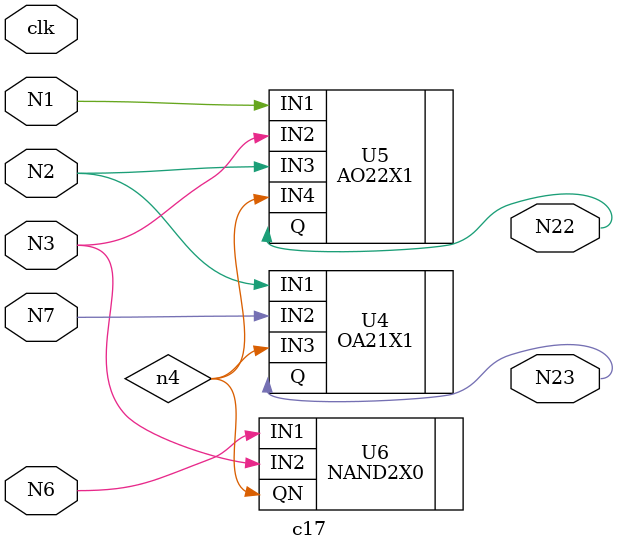
<source format=v>

module c17 ( clk, N1, N2, N3, N6, N7, N23, N22 );
  input clk, N1, N2, N3, N6, N7;
  output N23, N22;
  wire   n4;

  OA21X1 U4 ( .IN1(N2), .IN2(N7), .IN3(n4), .Q(N23) );
  AO22X1 U5 ( .IN1(N1), .IN2(N3), .IN3(N2), .IN4(n4), .Q(N22) );
  NAND2X0 U6 ( .IN1(N6), .IN2(N3), .QN(n4) );
endmodule


</source>
